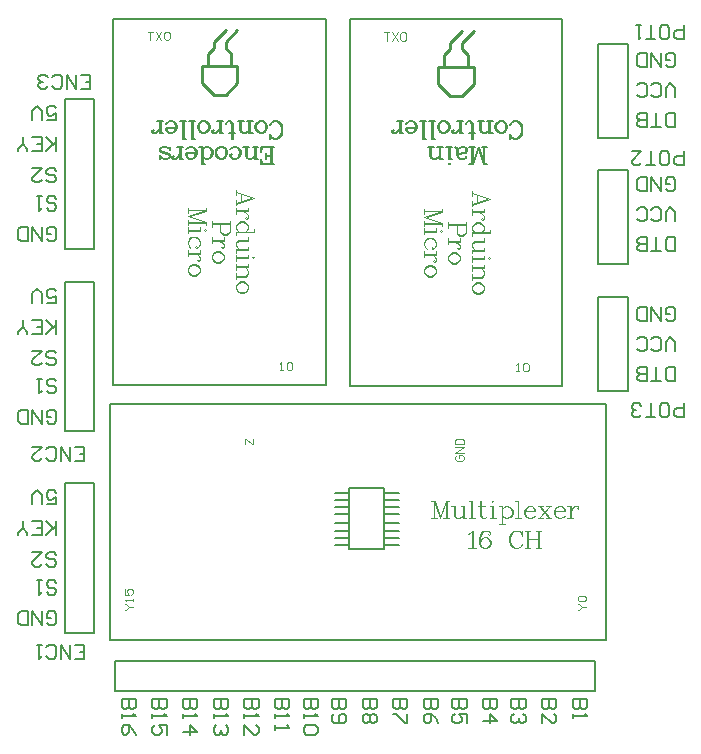
<source format=gbr>
%TF.GenerationSoftware,Altium Limited,Altium Designer,20.1.8 (145)*%
G04 Layer_Color=65535*
%FSLAX43Y43*%
%MOMM*%
%TF.SameCoordinates,73C82DD5-E753-4C0D-BC74-0A693CAB8B4A*%
%TF.FilePolarity,Positive*%
%TF.FileFunction,Legend,Top*%
%TF.Part,Single*%
G01*
G75*
%TA.AperFunction,NonConductor*%
%ADD24C,0.200*%
%ADD25C,0.254*%
%ADD26C,0.150*%
%ADD27C,0.100*%
D24*
X10250Y10250D02*
Y30250D01*
Y10250D02*
X52250D01*
X10250Y30250D02*
X52250D01*
Y10250D02*
Y30250D01*
X30450Y17950D02*
Y23150D01*
X33450Y17950D02*
Y23150D01*
X30450Y17950D02*
X33450D01*
X29250Y18350D02*
X30450D01*
X33450D02*
X34650D01*
X29250Y20150D02*
X30450D01*
X29250Y19550D02*
X30450D01*
X29250Y18950D02*
X30450D01*
X33450Y20150D02*
X34650D01*
X33450Y19550D02*
X34650D01*
X33450Y18950D02*
X34650D01*
X29250Y22150D02*
X30450D01*
X29250Y21550D02*
X30450D01*
X29250Y20950D02*
X30450D01*
X33450Y22150D02*
X34650D01*
X33450Y21550D02*
X34650D01*
X33450Y20950D02*
X34650D01*
X30450Y23150D02*
X33450D01*
X29250Y22750D02*
X30450D01*
X33450D02*
X34650D01*
X48500Y31820D02*
Y62820D01*
X30500Y31820D02*
X48500D01*
X30500D02*
Y62820D01*
X48500D01*
X10500Y62900D02*
X28500D01*
X10500Y31900D02*
Y62900D01*
Y31900D02*
X28500D01*
Y62900D01*
X10600Y5980D02*
X51270D01*
Y8520D01*
X10600D02*
X51270D01*
X10600Y5980D02*
Y8520D01*
X6420Y10880D02*
Y23550D01*
Y10880D02*
X8890D01*
Y23550D01*
X6420D02*
X8890D01*
X6420Y43400D02*
Y56070D01*
Y43400D02*
X8890D01*
Y56070D01*
X6420D02*
X8890D01*
X51562Y31360D02*
X54102D01*
X51562D02*
Y39310D01*
X54102D01*
Y31360D02*
Y39310D01*
X51562Y42088D02*
X54102D01*
X51562D02*
Y50038D01*
X54102D01*
Y42088D02*
Y50038D01*
X6420Y27940D02*
Y40610D01*
Y27940D02*
X8890D01*
Y40610D01*
X6420D02*
X8890D01*
X51562Y52756D02*
X54102D01*
X51562D02*
Y60706D01*
X54102D01*
Y52756D02*
Y60706D01*
X48000Y5250D02*
X46800D01*
Y4650D01*
X47000Y4450D01*
X47200D01*
X47400Y4650D01*
Y5250D01*
Y4650D01*
X47600Y4450D01*
X47800D01*
X48000Y4650D01*
Y5250D01*
X46800Y3251D02*
Y4050D01*
X47600Y3251D01*
X47800D01*
X48000Y3451D01*
Y3850D01*
X47800Y4050D01*
X50600Y5250D02*
X49400D01*
Y4650D01*
X49600Y4450D01*
X49800D01*
X50000Y4650D01*
Y5250D01*
Y4650D01*
X50200Y4450D01*
X50400D01*
X50600Y4650D01*
Y5250D01*
X49400Y4050D02*
Y3651D01*
Y3850D01*
X50600D01*
X50400Y4050D01*
X45400Y5250D02*
X44200D01*
Y4650D01*
X44400Y4450D01*
X44600D01*
X44800Y4650D01*
Y5250D01*
Y4650D01*
X45000Y4450D01*
X45200D01*
X45400Y4650D01*
Y5250D01*
X45200Y4050D02*
X45400Y3850D01*
Y3451D01*
X45200Y3251D01*
X45000D01*
X44800Y3451D01*
Y3651D01*
Y3451D01*
X44600Y3251D01*
X44400D01*
X44200Y3451D01*
Y3850D01*
X44400Y4050D01*
X40400Y5250D02*
X39200D01*
Y4650D01*
X39400Y4450D01*
X39600D01*
X39800Y4650D01*
Y5250D01*
Y4650D01*
X40000Y4450D01*
X40200D01*
X40400Y4650D01*
Y5250D01*
Y3251D02*
Y4050D01*
X39800D01*
X40000Y3651D01*
Y3451D01*
X39800Y3251D01*
X39400D01*
X39200Y3451D01*
Y3850D01*
X39400Y4050D01*
X43000Y5250D02*
X41800D01*
Y4650D01*
X42000Y4450D01*
X42200D01*
X42400Y4650D01*
Y5250D01*
Y4650D01*
X42600Y4450D01*
X42800D01*
X43000Y4650D01*
Y5250D01*
X41800Y3451D02*
X43000D01*
X42400Y4050D01*
Y3251D01*
X35400Y5250D02*
X34200D01*
Y4650D01*
X34400Y4450D01*
X34600D01*
X34800Y4650D01*
Y5250D01*
Y4650D01*
X35000Y4450D01*
X35200D01*
X35400Y4650D01*
Y5250D01*
Y4050D02*
Y3251D01*
X35200D01*
X34400Y4050D01*
X34200D01*
X38000Y5250D02*
X36800D01*
Y4650D01*
X37000Y4450D01*
X37200D01*
X37400Y4650D01*
Y5250D01*
Y4650D01*
X37600Y4450D01*
X37800D01*
X38000Y4650D01*
Y5250D01*
Y3251D02*
X37800Y3651D01*
X37400Y4050D01*
X37000D01*
X36800Y3850D01*
Y3451D01*
X37000Y3251D01*
X37200D01*
X37400Y3451D01*
Y4050D01*
X32800Y5250D02*
X31600D01*
Y4650D01*
X31800Y4450D01*
X32000D01*
X32200Y4650D01*
Y5250D01*
Y4650D01*
X32400Y4450D01*
X32600D01*
X32800Y4650D01*
Y5250D01*
X32600Y4050D02*
X32800Y3850D01*
Y3451D01*
X32600Y3251D01*
X32400D01*
X32200Y3451D01*
X32000Y3251D01*
X31800D01*
X31600Y3451D01*
Y3850D01*
X31800Y4050D01*
X32000D01*
X32200Y3850D01*
X32400Y4050D01*
X32600D01*
X32200Y3850D02*
Y3451D01*
X27800Y5250D02*
X26600D01*
Y4650D01*
X26800Y4450D01*
X27000D01*
X27200Y4650D01*
Y5250D01*
Y4650D01*
X27400Y4450D01*
X27600D01*
X27800Y4650D01*
Y5250D01*
X26600Y4050D02*
Y3651D01*
Y3850D01*
X27800D01*
X27600Y4050D01*
Y3051D02*
X27800Y2851D01*
Y2451D01*
X27600Y2251D01*
X26800D01*
X26600Y2451D01*
Y2851D01*
X26800Y3051D01*
X27600D01*
X30200Y5250D02*
X29000D01*
Y4650D01*
X29200Y4450D01*
X29400D01*
X29600Y4650D01*
Y5250D01*
Y4650D01*
X29800Y4450D01*
X30000D01*
X30200Y4650D01*
Y5250D01*
X29200Y4050D02*
X29000Y3850D01*
Y3451D01*
X29200Y3251D01*
X30000D01*
X30200Y3451D01*
Y3850D01*
X30000Y4050D01*
X29800D01*
X29600Y3850D01*
Y3251D01*
X22800Y5250D02*
X21600D01*
Y4650D01*
X21800Y4450D01*
X22000D01*
X22200Y4650D01*
Y5250D01*
Y4650D01*
X22400Y4450D01*
X22600D01*
X22800Y4650D01*
Y5250D01*
X21600Y4050D02*
Y3651D01*
Y3850D01*
X22800D01*
X22600Y4050D01*
X21600Y2251D02*
Y3051D01*
X22400Y2251D01*
X22600D01*
X22800Y2451D01*
Y2851D01*
X22600Y3051D01*
X25400Y5250D02*
X24200D01*
Y4650D01*
X24400Y4450D01*
X24600D01*
X24800Y4650D01*
Y5250D01*
Y4650D01*
X25000Y4450D01*
X25200D01*
X25400Y4650D01*
Y5250D01*
X24200Y4050D02*
Y3651D01*
Y3850D01*
X25400D01*
X25200Y4050D01*
X24200Y3051D02*
Y2651D01*
Y2851D01*
X25400D01*
X25200Y3051D01*
X20200Y5250D02*
X19000D01*
Y4650D01*
X19200Y4450D01*
X19400D01*
X19600Y4650D01*
Y5250D01*
Y4650D01*
X19800Y4450D01*
X20000D01*
X20200Y4650D01*
Y5250D01*
X19000Y4050D02*
Y3651D01*
Y3850D01*
X20200D01*
X20000Y4050D01*
Y3051D02*
X20200Y2851D01*
Y2451D01*
X20000Y2251D01*
X19800D01*
X19600Y2451D01*
Y2651D01*
Y2451D01*
X19400Y2251D01*
X19200D01*
X19000Y2451D01*
Y2851D01*
X19200Y3051D01*
X17600Y5250D02*
X16400D01*
Y4650D01*
X16600Y4450D01*
X16800D01*
X17000Y4650D01*
Y5250D01*
Y4650D01*
X17200Y4450D01*
X17400D01*
X17600Y4650D01*
Y5250D01*
X16400Y4050D02*
Y3651D01*
Y3850D01*
X17600D01*
X17400Y4050D01*
X16400Y2451D02*
X17600D01*
X17000Y3051D01*
Y2251D01*
X15000Y5250D02*
X13800D01*
Y4650D01*
X14000Y4450D01*
X14200D01*
X14400Y4650D01*
Y5250D01*
Y4650D01*
X14600Y4450D01*
X14800D01*
X15000Y4650D01*
Y5250D01*
X13800Y4050D02*
Y3651D01*
Y3850D01*
X15000D01*
X14800Y4050D01*
X15000Y2251D02*
Y3051D01*
X14400D01*
X14600Y2651D01*
Y2451D01*
X14400Y2251D01*
X14000D01*
X13800Y2451D01*
Y2851D01*
X14000Y3051D01*
X12400Y5250D02*
X11200D01*
Y4650D01*
X11400Y4450D01*
X11600D01*
X11800Y4650D01*
Y5250D01*
Y4650D01*
X12000Y4450D01*
X12200D01*
X12400Y4650D01*
Y5250D01*
X11200Y4050D02*
Y3651D01*
Y3850D01*
X12400D01*
X12200Y4050D01*
X12400Y2251D02*
X12200Y2651D01*
X11800Y3051D01*
X11400D01*
X11200Y2851D01*
Y2451D01*
X11400Y2251D01*
X11600D01*
X11800Y2451D01*
Y3051D01*
X4843Y11723D02*
X5043Y11523D01*
X5443D01*
X5643Y11723D01*
Y12523D01*
X5443Y12723D01*
X5043D01*
X4843Y12523D01*
Y12123D01*
X5243D01*
X4444Y12723D02*
Y11523D01*
X3644Y12723D01*
Y11523D01*
X3244D02*
Y12723D01*
X2644D01*
X2444Y12523D01*
Y11723D01*
X2644Y11523D01*
X3244D01*
X4844Y14323D02*
X5043Y14123D01*
X5443D01*
X5643Y14323D01*
Y14523D01*
X5443Y14723D01*
X5043D01*
X4844Y14923D01*
Y15123D01*
X5043Y15323D01*
X5443D01*
X5643Y15123D01*
X4444Y15323D02*
X4044D01*
X4244D01*
Y14123D01*
X4444Y14323D01*
X4832Y16697D02*
X5032Y16497D01*
X5432D01*
X5632Y16697D01*
Y16897D01*
X5432Y17097D01*
X5032D01*
X4832Y17297D01*
Y17497D01*
X5032Y17697D01*
X5432D01*
X5632Y17497D01*
X3632Y17697D02*
X4432D01*
X3632Y16897D01*
Y16697D01*
X3832Y16497D01*
X4232D01*
X4432Y16697D01*
X5613Y19130D02*
Y20330D01*
Y19930D01*
X4814Y19130D01*
X5413Y19730D01*
X4814Y20330D01*
X3614Y19130D02*
X4414D01*
Y20330D01*
X3614D01*
X4414Y19730D02*
X4014D01*
X3214Y19130D02*
Y19330D01*
X2814Y19730D01*
X2414Y19330D01*
Y19130D01*
X2814Y19730D02*
Y20330D01*
X4850Y21762D02*
X5650D01*
Y22362D01*
X5250Y22162D01*
X5050D01*
X4850Y22362D01*
Y22762D01*
X5050Y22962D01*
X5450D01*
X5650Y22762D01*
X4451Y21762D02*
Y22562D01*
X4051Y22962D01*
X3651Y22562D01*
Y21762D01*
X4843Y44243D02*
X5043Y44043D01*
X5443D01*
X5643Y44243D01*
Y45043D01*
X5443Y45243D01*
X5043D01*
X4843Y45043D01*
Y44643D01*
X5243D01*
X4443Y45243D02*
Y44043D01*
X3644Y45243D01*
Y44043D01*
X3244D02*
Y45243D01*
X2644D01*
X2444Y45043D01*
Y44243D01*
X2644Y44043D01*
X3244D01*
X4844Y46843D02*
X5043Y46643D01*
X5443D01*
X5643Y46843D01*
Y47043D01*
X5443Y47243D01*
X5043D01*
X4844Y47443D01*
Y47643D01*
X5043Y47843D01*
X5443D01*
X5643Y47643D01*
X4444Y47843D02*
X4044D01*
X4244D01*
Y46643D01*
X4444Y46843D01*
X4832Y49217D02*
X5032Y49017D01*
X5432D01*
X5632Y49217D01*
Y49417D01*
X5432Y49617D01*
X5032D01*
X4832Y49817D01*
Y50017D01*
X5032Y50217D01*
X5432D01*
X5632Y50017D01*
X3632Y50217D02*
X4432D01*
X3632Y49417D01*
Y49217D01*
X3832Y49017D01*
X4232D01*
X4432Y49217D01*
X5613Y51650D02*
Y52850D01*
Y52450D01*
X4814Y51650D01*
X5413Y52250D01*
X4814Y52850D01*
X3614Y51650D02*
X4414D01*
Y52850D01*
X3614D01*
X4414Y52250D02*
X4014D01*
X3214Y51650D02*
Y51850D01*
X2814Y52250D01*
X2414Y51850D01*
Y51650D01*
X2814Y52250D02*
Y52850D01*
X4850Y54282D02*
X5650D01*
Y54882D01*
X5250Y54682D01*
X5050D01*
X4850Y54882D01*
Y55282D01*
X5050Y55482D01*
X5450D01*
X5650Y55282D01*
X4451Y54282D02*
Y55082D01*
X4051Y55482D01*
X3651Y55082D01*
Y54282D01*
X58052Y32184D02*
Y33384D01*
X57452D01*
X57252Y33184D01*
Y32384D01*
X57452Y32184D01*
X58052D01*
X56852D02*
X56053D01*
X56453D01*
Y33384D01*
X55653Y32184D02*
Y33384D01*
X55053D01*
X54853Y33184D01*
Y32984D01*
X55053Y32784D01*
X55653D01*
X55053D01*
X54853Y32584D01*
Y32384D01*
X55053Y32184D01*
X55653D01*
X57252Y37464D02*
X57452Y37264D01*
X57852D01*
X58052Y37464D01*
Y38264D01*
X57852Y38464D01*
X57452D01*
X57252Y38264D01*
Y37864D01*
X57652D01*
X56852Y38464D02*
Y37264D01*
X56053Y38464D01*
Y37264D01*
X55653D02*
Y38464D01*
X55053D01*
X54853Y38264D01*
Y37464D01*
X55053Y37264D01*
X55653D01*
X58052Y34724D02*
Y35524D01*
X57652Y35924D01*
X57252Y35524D01*
Y34724D01*
X56053Y34924D02*
X56253Y34724D01*
X56652D01*
X56852Y34924D01*
Y35724D01*
X56652Y35924D01*
X56253D01*
X56053Y35724D01*
X54853Y34924D02*
X55053Y34724D01*
X55453D01*
X55653Y34924D01*
Y35724D01*
X55453Y35924D01*
X55053D01*
X54853Y35724D01*
X58052Y43184D02*
Y44384D01*
X57452D01*
X57252Y44184D01*
Y43384D01*
X57452Y43184D01*
X58052D01*
X56852D02*
X56053D01*
X56453D01*
Y44384D01*
X55653Y43184D02*
Y44384D01*
X55053D01*
X54853Y44184D01*
Y43984D01*
X55053Y43784D01*
X55653D01*
X55053D01*
X54853Y43584D01*
Y43384D01*
X55053Y43184D01*
X55653D01*
X57252Y48464D02*
X57452Y48264D01*
X57852D01*
X58052Y48464D01*
Y49264D01*
X57852Y49464D01*
X57452D01*
X57252Y49264D01*
Y48864D01*
X57652D01*
X56852Y49464D02*
Y48264D01*
X56053Y49464D01*
Y48264D01*
X55653D02*
Y49464D01*
X55053D01*
X54853Y49264D01*
Y48464D01*
X55053Y48264D01*
X55653D01*
X58052Y45724D02*
Y46524D01*
X57652Y46924D01*
X57252Y46524D01*
Y45724D01*
X56053Y45924D02*
X56253Y45724D01*
X56652D01*
X56852Y45924D01*
Y46724D01*
X56652Y46924D01*
X56253D01*
X56053Y46724D01*
X54853Y45924D02*
X55053Y45724D01*
X55453D01*
X55653Y45924D01*
Y46724D01*
X55453Y46924D01*
X55053D01*
X54853Y46724D01*
X4843Y28783D02*
X5043Y28583D01*
X5443D01*
X5643Y28783D01*
Y29583D01*
X5443Y29783D01*
X5043D01*
X4843Y29583D01*
Y29183D01*
X5243D01*
X4444Y29783D02*
Y28583D01*
X3644Y29783D01*
Y28583D01*
X3244D02*
Y29783D01*
X2644D01*
X2444Y29583D01*
Y28783D01*
X2644Y28583D01*
X3244D01*
X4844Y31383D02*
X5043Y31183D01*
X5443D01*
X5643Y31383D01*
Y31583D01*
X5443Y31783D01*
X5043D01*
X4844Y31983D01*
Y32183D01*
X5043Y32383D01*
X5443D01*
X5643Y32183D01*
X4444Y32383D02*
X4044D01*
X4244D01*
Y31183D01*
X4444Y31383D01*
X4832Y33757D02*
X5032Y33557D01*
X5432D01*
X5632Y33757D01*
Y33957D01*
X5432Y34157D01*
X5032D01*
X4832Y34357D01*
Y34557D01*
X5032Y34757D01*
X5432D01*
X5632Y34557D01*
X3632Y34757D02*
X4432D01*
X3632Y33957D01*
Y33757D01*
X3832Y33557D01*
X4232D01*
X4432Y33757D01*
X5613Y36190D02*
Y37390D01*
Y36990D01*
X4814Y36190D01*
X5413Y36790D01*
X4814Y37390D01*
X3614Y36190D02*
X4414D01*
Y37390D01*
X3614D01*
X4414Y36790D02*
X4014D01*
X3214Y36190D02*
Y36390D01*
X2814Y36790D01*
X2414Y36390D01*
Y36190D01*
X2814Y36790D02*
Y37390D01*
X4850Y38822D02*
X5650D01*
Y39422D01*
X5250Y39222D01*
X5050D01*
X4850Y39422D01*
Y39822D01*
X5050Y40022D01*
X5450D01*
X5650Y39822D01*
X4451Y38822D02*
Y39622D01*
X4051Y40022D01*
X3651Y39622D01*
Y38822D01*
X58052Y53708D02*
Y54908D01*
X57452D01*
X57252Y54708D01*
Y53908D01*
X57452Y53708D01*
X58052D01*
X56852D02*
X56053D01*
X56453D01*
Y54908D01*
X55653Y53708D02*
Y54908D01*
X55053D01*
X54853Y54708D01*
Y54508D01*
X55053Y54308D01*
X55653D01*
X55053D01*
X54853Y54108D01*
Y53908D01*
X55053Y53708D01*
X55653D01*
X57252Y58988D02*
X57452Y58788D01*
X57852D01*
X58052Y58988D01*
Y59788D01*
X57852Y59988D01*
X57452D01*
X57252Y59788D01*
Y59388D01*
X57652D01*
X56852Y59988D02*
Y58788D01*
X56053Y59988D01*
Y58788D01*
X55653D02*
Y59988D01*
X55053D01*
X54853Y59788D01*
Y58988D01*
X55053Y58788D01*
X55653D01*
X58052Y56248D02*
Y57048D01*
X57652Y57448D01*
X57252Y57048D01*
Y56248D01*
X56053Y56448D02*
X56253Y56248D01*
X56652D01*
X56852Y56448D01*
Y57248D01*
X56652Y57448D01*
X56253D01*
X56053Y57248D01*
X54853Y56448D02*
X55053Y56248D01*
X55453D01*
X55653Y56448D01*
Y57248D01*
X55453Y57448D01*
X55053D01*
X54853Y57248D01*
D25*
X38500Y59820D02*
X39000Y60320D01*
Y60820D01*
X40000Y60320D02*
X40500Y59820D01*
X40000Y60320D02*
Y60320D01*
Y60820D01*
X38000Y58820D02*
X38500D01*
X40000D02*
X41000D01*
X39000Y56320D02*
X40000D01*
X38500Y58820D02*
X40500D01*
X38000Y57320D02*
Y58820D01*
X38500D02*
Y59820D01*
X40000Y60820D02*
X41000Y61820D01*
X40500Y58820D02*
Y59820D01*
X41000Y57320D02*
Y58820D01*
X39000Y60820D02*
X40000Y61820D01*
X38000Y57320D02*
X39000Y56320D01*
X40000D02*
X41000Y57320D01*
X20000Y56400D02*
X21000Y57400D01*
X18000D02*
X19000Y56400D01*
Y60900D02*
X20000Y61900D01*
X21000Y57400D02*
Y58900D01*
X20500D02*
Y59900D01*
X20000Y60900D02*
X21000Y61900D01*
X18500Y58900D02*
Y59900D01*
X18000Y57400D02*
Y58900D01*
X18500D02*
X20500D01*
X19000Y56400D02*
X20000D01*
Y58900D02*
X21000D01*
X18000D02*
X18500D01*
X20000Y60400D02*
Y60900D01*
Y60400D02*
Y60400D01*
Y60400D02*
X20500Y59900D01*
X19000Y60400D02*
Y60900D01*
X18500Y59900D02*
X19000Y60400D01*
D26*
X23917Y50547D02*
Y52046D01*
X23846Y50547D02*
Y52046D01*
X23417Y50975D02*
Y51547D01*
X24132Y50547D02*
X22989D01*
Y50975D01*
X23060Y50547D01*
X23846Y51261D02*
X23417D01*
X24132Y52046D02*
X22989D01*
Y51618D01*
X23060Y52046D01*
X22568Y51047D02*
Y52046D01*
X22496Y51047D02*
Y52046D01*
Y51261D02*
X22353Y51118D01*
X22139Y51047D01*
X21996D01*
X21782Y51118D01*
X21711Y51261D01*
Y52046D01*
X21996Y51047D02*
X21853Y51118D01*
X21782Y51261D01*
Y52046D01*
X22782Y51047D02*
X22496D01*
X22782Y52046D02*
X22282D01*
X21996D02*
X21496D01*
X20447Y51261D02*
X20518Y51332D01*
X20447Y51404D01*
X20375Y51332D01*
Y51261D01*
X20518Y51118D01*
X20661Y51047D01*
X20875D01*
X21089Y51118D01*
X21232Y51261D01*
X21304Y51475D01*
Y51618D01*
X21232Y51832D01*
X21089Y51975D01*
X20875Y52046D01*
X20732D01*
X20518Y51975D01*
X20375Y51832D01*
X20875Y51047D02*
X21018Y51118D01*
X21161Y51261D01*
X21232Y51475D01*
Y51618D01*
X21161Y51832D01*
X21018Y51975D01*
X20875Y52046D01*
X19718Y51047D02*
X19932Y51118D01*
X20075Y51261D01*
X20147Y51475D01*
Y51618D01*
X20075Y51832D01*
X19932Y51975D01*
X19718Y52046D01*
X19575D01*
X19361Y51975D01*
X19218Y51832D01*
X19147Y51618D01*
Y51475D01*
X19218Y51261D01*
X19361Y51118D01*
X19575Y51047D01*
X19718D01*
X19861Y51118D01*
X20004Y51261D01*
X20075Y51475D01*
Y51618D01*
X20004Y51832D01*
X19861Y51975D01*
X19718Y52046D01*
X19575D02*
X19433Y51975D01*
X19290Y51832D01*
X19218Y51618D01*
Y51475D01*
X19290Y51261D01*
X19433Y51118D01*
X19575Y51047D01*
X18069Y50547D02*
Y52046D01*
X17997Y50547D02*
Y52046D01*
X18069Y51261D02*
X18211Y51118D01*
X18354Y51047D01*
X18497D01*
X18711Y51118D01*
X18854Y51261D01*
X18926Y51475D01*
Y51618D01*
X18854Y51832D01*
X18711Y51975D01*
X18497Y52046D01*
X18354D01*
X18211Y51975D01*
X18069Y51832D01*
X18497Y51047D02*
X18640Y51118D01*
X18783Y51261D01*
X18854Y51475D01*
Y51618D01*
X18783Y51832D01*
X18640Y51975D01*
X18497Y52046D01*
X18283Y50547D02*
X17997D01*
X18069Y52046D02*
X17783D01*
X17504Y51475D02*
X16647D01*
Y51332D01*
X16719Y51189D01*
X16790Y51118D01*
X16933Y51047D01*
X17147D01*
X17362Y51118D01*
X17504Y51261D01*
X17576Y51475D01*
Y51618D01*
X17504Y51832D01*
X17362Y51975D01*
X17147Y52046D01*
X17004D01*
X16790Y51975D01*
X16647Y51832D01*
X16719Y51475D02*
Y51261D01*
X16790Y51118D01*
X17147Y51047D02*
X17290Y51118D01*
X17433Y51261D01*
X17504Y51475D01*
Y51618D01*
X17433Y51832D01*
X17290Y51975D01*
X17147Y52046D01*
X16205Y51047D02*
Y52046D01*
X16133Y51047D02*
Y52046D01*
Y51475D02*
X16062Y51261D01*
X15919Y51118D01*
X15776Y51047D01*
X15562D01*
X15491Y51118D01*
Y51189D01*
X15562Y51261D01*
X15633Y51189D01*
X15562Y51118D01*
X16419Y51047D02*
X16133D01*
X16419Y52046D02*
X15919D01*
X14548Y51189D02*
X14476Y51047D01*
Y51332D01*
X14548Y51189D01*
X14619Y51118D01*
X14762Y51047D01*
X15048D01*
X15191Y51118D01*
X15262Y51189D01*
Y51332D01*
X15191Y51404D01*
X15048Y51475D01*
X14691Y51618D01*
X14548Y51689D01*
X14476Y51761D01*
X15262Y51261D02*
X15191Y51332D01*
X15048Y51404D01*
X14691Y51547D01*
X14548Y51618D01*
X14476Y51689D01*
Y51904D01*
X14548Y51975D01*
X14691Y52046D01*
X14976D01*
X15119Y51975D01*
X15191Y51904D01*
X15262Y51761D01*
Y52046D01*
X15191Y51904D01*
X23814Y52921D02*
X23742Y53135D01*
Y52706D01*
X23814Y52921D01*
X23957Y52778D01*
X24171Y52706D01*
X24314D01*
X24528Y52778D01*
X24671Y52921D01*
X24742Y53063D01*
X24814Y53278D01*
Y53635D01*
X24742Y53849D01*
X24671Y53992D01*
X24528Y54135D01*
X24314Y54206D01*
X24171D01*
X23957Y54135D01*
X23814Y53992D01*
X23742Y53849D01*
X24314Y52706D02*
X24456Y52778D01*
X24599Y52921D01*
X24671Y53063D01*
X24742Y53278D01*
Y53635D01*
X24671Y53849D01*
X24599Y53992D01*
X24456Y54135D01*
X24314Y54206D01*
X23100Y53206D02*
X23314Y53278D01*
X23457Y53420D01*
X23528Y53635D01*
Y53778D01*
X23457Y53992D01*
X23314Y54135D01*
X23100Y54206D01*
X22957D01*
X22743Y54135D01*
X22600Y53992D01*
X22528Y53778D01*
Y53635D01*
X22600Y53420D01*
X22743Y53278D01*
X22957Y53206D01*
X23100D01*
X23242Y53278D01*
X23385Y53420D01*
X23457Y53635D01*
Y53778D01*
X23385Y53992D01*
X23242Y54135D01*
X23100Y54206D01*
X22957D02*
X22814Y54135D01*
X22671Y53992D01*
X22600Y53778D01*
Y53635D01*
X22671Y53420D01*
X22814Y53278D01*
X22957Y53206D01*
X22093D02*
Y54206D01*
X22021Y53206D02*
Y54206D01*
Y53420D02*
X21878Y53278D01*
X21664Y53206D01*
X21521D01*
X21307Y53278D01*
X21236Y53420D01*
Y54206D01*
X21521Y53206D02*
X21379Y53278D01*
X21307Y53420D01*
Y54206D01*
X22307Y53206D02*
X22021D01*
X22307Y54206D02*
X21807D01*
X21521D02*
X21021D01*
X20400D02*
X20472Y54135D01*
X20543Y53920D01*
Y52706D01*
X20614D01*
Y53920D01*
X20543Y54135D01*
X20400Y54206D01*
X20257D01*
X20115Y54135D01*
X20043Y53992D01*
X20829Y53206D02*
X20257D01*
X19586D02*
Y54206D01*
X19515Y53206D02*
Y54206D01*
Y53635D02*
X19443Y53420D01*
X19300Y53278D01*
X19158Y53206D01*
X18943D01*
X18872Y53278D01*
Y53349D01*
X18943Y53420D01*
X19015Y53349D01*
X18943Y53278D01*
X19800Y53206D02*
X19515D01*
X19800Y54206D02*
X19300D01*
X18215Y53206D02*
X18429Y53278D01*
X18572Y53420D01*
X18643Y53635D01*
Y53778D01*
X18572Y53992D01*
X18429Y54135D01*
X18215Y54206D01*
X18072D01*
X17858Y54135D01*
X17715Y53992D01*
X17644Y53778D01*
Y53635D01*
X17715Y53420D01*
X17858Y53278D01*
X18072Y53206D01*
X18215D01*
X18358Y53278D01*
X18501Y53420D01*
X18572Y53635D01*
Y53778D01*
X18501Y53992D01*
X18358Y54135D01*
X18215Y54206D01*
X18072D02*
X17929Y54135D01*
X17786Y53992D01*
X17715Y53778D01*
Y53635D01*
X17786Y53420D01*
X17929Y53278D01*
X18072Y53206D01*
X17208Y52706D02*
Y54206D01*
X17137Y52706D02*
Y54206D01*
X17422Y52706D02*
X17137D01*
X17422Y54206D02*
X16922D01*
X16437Y52706D02*
Y54206D01*
X16365Y52706D02*
Y54206D01*
X16651Y52706D02*
X16365D01*
X16651Y54206D02*
X16151D01*
X15808Y53635D02*
X14951D01*
Y53492D01*
X15023Y53349D01*
X15094Y53278D01*
X15237Y53206D01*
X15451D01*
X15665Y53278D01*
X15808Y53420D01*
X15880Y53635D01*
Y53778D01*
X15808Y53992D01*
X15665Y54135D01*
X15451Y54206D01*
X15308D01*
X15094Y54135D01*
X14951Y53992D01*
X15023Y53635D02*
Y53420D01*
X15094Y53278D01*
X15451Y53206D02*
X15594Y53278D01*
X15737Y53420D01*
X15808Y53635D01*
Y53778D01*
X15737Y53992D01*
X15594Y54135D01*
X15451Y54206D01*
X14509Y53206D02*
Y54206D01*
X14437Y53206D02*
Y54206D01*
Y53635D02*
X14366Y53420D01*
X14223Y53278D01*
X14080Y53206D01*
X13866D01*
X13794Y53278D01*
Y53349D01*
X13866Y53420D01*
X13937Y53349D01*
X13866Y53278D01*
X14723Y53206D02*
X14437D01*
X14723Y54206D02*
X14223D01*
X41916Y50547D02*
Y52046D01*
X41845Y50547D02*
X41416Y51832D01*
X41916Y50547D02*
X41416Y52046D01*
X40917Y50547D02*
X41416Y52046D01*
X40917Y50547D02*
Y52046D01*
X40845Y50547D02*
Y52046D01*
X42131Y50547D02*
X41845D01*
X40917D02*
X40631D01*
X42131Y52046D02*
X41702D01*
X41131D02*
X40631D01*
X40317Y51189D02*
Y51261D01*
X40388D01*
Y51189D01*
X40317Y51118D01*
X40174Y51047D01*
X39888D01*
X39745Y51118D01*
X39674Y51189D01*
X39603Y51332D01*
Y51832D01*
X39531Y51975D01*
X39460Y52046D01*
X39674Y51189D02*
Y51832D01*
X39603Y51975D01*
X39460Y52046D01*
X39388D01*
X39674Y51332D02*
X39745Y51404D01*
X40174Y51475D01*
X40388Y51547D01*
X40460Y51689D01*
Y51832D01*
X40388Y51975D01*
X40174Y52046D01*
X39960D01*
X39817Y51975D01*
X39674Y51832D01*
X40174Y51475D02*
X40317Y51547D01*
X40388Y51689D01*
Y51832D01*
X40317Y51975D01*
X40174Y52046D01*
X38960Y50547D02*
X39031Y50618D01*
X38960Y50690D01*
X38888Y50618D01*
X38960Y50547D01*
Y51047D02*
Y52046D01*
X38888Y51047D02*
Y52046D01*
X39174Y51047D02*
X38888D01*
X39174Y52046D02*
X38674D01*
X38189Y51047D02*
Y52046D01*
X38117Y51047D02*
Y52046D01*
Y51261D02*
X37974Y51118D01*
X37760Y51047D01*
X37617D01*
X37403Y51118D01*
X37332Y51261D01*
Y52046D01*
X37617Y51047D02*
X37474Y51118D01*
X37403Y51261D01*
Y52046D01*
X38403Y51047D02*
X38117D01*
X38403Y52046D02*
X37903D01*
X37617D02*
X37117D01*
X44134Y52921D02*
X44062Y53135D01*
Y52706D01*
X44134Y52921D01*
X44277Y52778D01*
X44491Y52706D01*
X44634D01*
X44848Y52778D01*
X44991Y52921D01*
X45062Y53063D01*
X45134Y53278D01*
Y53635D01*
X45062Y53849D01*
X44991Y53992D01*
X44848Y54135D01*
X44634Y54206D01*
X44491D01*
X44277Y54135D01*
X44134Y53992D01*
X44062Y53849D01*
X44634Y52706D02*
X44776Y52778D01*
X44919Y52921D01*
X44991Y53063D01*
X45062Y53278D01*
Y53635D01*
X44991Y53849D01*
X44919Y53992D01*
X44776Y54135D01*
X44634Y54206D01*
X43420Y53206D02*
X43634Y53278D01*
X43777Y53420D01*
X43848Y53635D01*
Y53778D01*
X43777Y53992D01*
X43634Y54135D01*
X43420Y54206D01*
X43277D01*
X43063Y54135D01*
X42920Y53992D01*
X42848Y53778D01*
Y53635D01*
X42920Y53420D01*
X43063Y53278D01*
X43277Y53206D01*
X43420D01*
X43562Y53278D01*
X43705Y53420D01*
X43777Y53635D01*
Y53778D01*
X43705Y53992D01*
X43562Y54135D01*
X43420Y54206D01*
X43277D02*
X43134Y54135D01*
X42991Y53992D01*
X42920Y53778D01*
Y53635D01*
X42991Y53420D01*
X43134Y53278D01*
X43277Y53206D01*
X42413D02*
Y54206D01*
X42341Y53206D02*
Y54206D01*
Y53420D02*
X42198Y53278D01*
X41984Y53206D01*
X41841D01*
X41627Y53278D01*
X41556Y53420D01*
Y54206D01*
X41841Y53206D02*
X41699Y53278D01*
X41627Y53420D01*
Y54206D01*
X42627Y53206D02*
X42341D01*
X42627Y54206D02*
X42127D01*
X41841D02*
X41341D01*
X40720D02*
X40792Y54135D01*
X40863Y53920D01*
Y52706D01*
X40934D01*
Y53920D01*
X40863Y54135D01*
X40720Y54206D01*
X40577D01*
X40435Y54135D01*
X40363Y53992D01*
X41149Y53206D02*
X40577D01*
X39906D02*
Y54206D01*
X39835Y53206D02*
Y54206D01*
Y53635D02*
X39763Y53420D01*
X39620Y53278D01*
X39478Y53206D01*
X39263D01*
X39192Y53278D01*
Y53349D01*
X39263Y53420D01*
X39335Y53349D01*
X39263Y53278D01*
X40120Y53206D02*
X39835D01*
X40120Y54206D02*
X39620D01*
X38535Y53206D02*
X38749Y53278D01*
X38892Y53420D01*
X38963Y53635D01*
Y53778D01*
X38892Y53992D01*
X38749Y54135D01*
X38535Y54206D01*
X38392D01*
X38178Y54135D01*
X38035Y53992D01*
X37964Y53778D01*
Y53635D01*
X38035Y53420D01*
X38178Y53278D01*
X38392Y53206D01*
X38535D01*
X38678Y53278D01*
X38821Y53420D01*
X38892Y53635D01*
Y53778D01*
X38821Y53992D01*
X38678Y54135D01*
X38535Y54206D01*
X38392D02*
X38249Y54135D01*
X38106Y53992D01*
X38035Y53778D01*
Y53635D01*
X38106Y53420D01*
X38249Y53278D01*
X38392Y53206D01*
X37528Y52706D02*
Y54206D01*
X37457Y52706D02*
Y54206D01*
X37742Y52706D02*
X37457D01*
X37742Y54206D02*
X37242D01*
X36757Y52706D02*
Y54206D01*
X36685Y52706D02*
Y54206D01*
X36971Y52706D02*
X36685D01*
X36971Y54206D02*
X36471D01*
X36128Y53635D02*
X35271D01*
Y53492D01*
X35343Y53349D01*
X35414Y53278D01*
X35557Y53206D01*
X35771D01*
X35986Y53278D01*
X36128Y53420D01*
X36200Y53635D01*
Y53778D01*
X36128Y53992D01*
X35986Y54135D01*
X35771Y54206D01*
X35628D01*
X35414Y54135D01*
X35271Y53992D01*
X35343Y53635D02*
Y53420D01*
X35414Y53278D01*
X35771Y53206D02*
X35914Y53278D01*
X36057Y53420D01*
X36128Y53635D01*
Y53778D01*
X36057Y53992D01*
X35914Y54135D01*
X35771Y54206D01*
X34829Y53206D02*
Y54206D01*
X34757Y53206D02*
Y54206D01*
Y53635D02*
X34686Y53420D01*
X34543Y53278D01*
X34400Y53206D01*
X34186D01*
X34114Y53278D01*
Y53349D01*
X34186Y53420D01*
X34257Y53349D01*
X34186Y53278D01*
X35043Y53206D02*
X34757D01*
X35043Y54206D02*
X34543D01*
X7232Y8696D02*
X8032D01*
Y9896D01*
X7232D01*
X8032Y9296D02*
X7632D01*
X6832Y9896D02*
Y8696D01*
X6032Y9896D01*
Y8696D01*
X4833Y8896D02*
X5033Y8696D01*
X5432D01*
X5632Y8896D01*
Y9696D01*
X5432Y9896D01*
X5033D01*
X4833Y9696D01*
X4433Y9896D02*
X4033D01*
X4233D01*
Y8696D01*
X4433Y8896D01*
X7232Y25460D02*
X8032D01*
Y26660D01*
X7232D01*
X8032Y26060D02*
X7632D01*
X6832Y26660D02*
Y25460D01*
X6032Y26660D01*
Y25460D01*
X4833Y25660D02*
X5033Y25460D01*
X5432D01*
X5632Y25660D01*
Y26460D01*
X5432Y26660D01*
X5033D01*
X4833Y26460D01*
X3633Y26660D02*
X4433D01*
X3633Y25860D01*
Y25660D01*
X3833Y25460D01*
X4233D01*
X4433Y25660D01*
X7740Y56956D02*
X8540D01*
Y58156D01*
X7740D01*
X8540Y57556D02*
X8140D01*
X7340Y58156D02*
Y56956D01*
X6540Y58156D01*
Y56956D01*
X5341Y57156D02*
X5541Y56956D01*
X5940D01*
X6140Y57156D01*
Y57956D01*
X5940Y58156D01*
X5541D01*
X5341Y57956D01*
X4941Y57156D02*
X4741Y56956D01*
X4341D01*
X4141Y57156D01*
Y57356D01*
X4341Y57556D01*
X4541D01*
X4341D01*
X4141Y57756D01*
Y57956D01*
X4341Y58156D01*
X4741D01*
X4941Y57956D01*
X58778Y62334D02*
Y61134D01*
X58178D01*
X57978Y61334D01*
Y61734D01*
X58178Y61934D01*
X58778D01*
X56979Y61134D02*
X57378D01*
X57578Y61334D01*
Y62134D01*
X57378Y62334D01*
X56979D01*
X56779Y62134D01*
Y61334D01*
X56979Y61134D01*
X56379D02*
X55579D01*
X55979D01*
Y62334D01*
X55179D02*
X54779D01*
X54979D01*
Y61134D01*
X55179Y61334D01*
X58778Y30330D02*
Y29130D01*
X58178D01*
X57978Y29330D01*
Y29730D01*
X58178Y29930D01*
X58778D01*
X56979Y29130D02*
X57378D01*
X57578Y29330D01*
Y30130D01*
X57378Y30330D01*
X56979D01*
X56779Y30130D01*
Y29330D01*
X56979Y29130D01*
X56379D02*
X55579D01*
X55979D01*
Y30330D01*
X55179Y29330D02*
X54979Y29130D01*
X54579D01*
X54379Y29330D01*
Y29530D01*
X54579Y29730D01*
X54779D01*
X54579D01*
X54379Y29930D01*
Y30130D01*
X54579Y30330D01*
X54979D01*
X55179Y30130D01*
X58778Y51666D02*
Y50466D01*
X58178D01*
X57978Y50666D01*
Y51066D01*
X58178Y51266D01*
X58778D01*
X56979Y50466D02*
X57378D01*
X57578Y50666D01*
Y51466D01*
X57378Y51666D01*
X56979D01*
X56779Y51466D01*
Y50666D01*
X56979Y50466D01*
X56379D02*
X55579D01*
X55979D01*
Y51666D01*
X54379D02*
X55179D01*
X54379Y50866D01*
Y50666D01*
X54579Y50466D01*
X54979D01*
X55179Y50666D01*
D27*
X37648Y22089D02*
Y20590D01*
X37719Y22089D02*
X38148Y20804D01*
X37648Y22089D02*
X38148Y20590D01*
X38647Y22089D02*
X38148Y20590D01*
X38647Y22089D02*
Y20590D01*
X38719Y22089D02*
Y20590D01*
X37433Y22089D02*
X37719D01*
X38647D02*
X38933D01*
X37433Y20590D02*
X37862D01*
X38433D02*
X38933D01*
X39319Y21589D02*
Y20804D01*
X39390Y20661D01*
X39604Y20590D01*
X39747D01*
X39962Y20661D01*
X40104Y20804D01*
X39390Y21589D02*
Y20804D01*
X39462Y20661D01*
X39604Y20590D01*
X40104Y21589D02*
Y20590D01*
X40176Y21589D02*
Y20590D01*
X39105Y21589D02*
X39390D01*
X39890D02*
X40176D01*
X40104Y20590D02*
X40390D01*
X40797Y22089D02*
Y20590D01*
X40868Y22089D02*
Y20590D01*
X40583Y22089D02*
X40868D01*
X40583Y20590D02*
X41083D01*
X41783D02*
X41711Y20661D01*
X41640Y20875D01*
Y22089D01*
X41568D01*
Y20875D01*
X41640Y20661D01*
X41783Y20590D01*
X41925D01*
X42068Y20661D01*
X42140Y20804D01*
X41354Y21589D02*
X41925D01*
X42597Y22089D02*
X42525Y22018D01*
X42597Y21946D01*
X42668Y22018D01*
X42597Y22089D01*
Y21589D02*
Y20590D01*
X42668Y21589D02*
Y20590D01*
X42382Y21589D02*
X42668D01*
X42382Y20590D02*
X42882D01*
X43368Y21589D02*
Y20090D01*
X43439Y21589D02*
Y20090D01*
Y21375D02*
X43582Y21518D01*
X43725Y21589D01*
X43868D01*
X44082Y21518D01*
X44225Y21375D01*
X44296Y21161D01*
Y21018D01*
X44225Y20804D01*
X44082Y20661D01*
X43868Y20590D01*
X43725D01*
X43582Y20661D01*
X43439Y20804D01*
X43868Y21589D02*
X44011Y21518D01*
X44153Y21375D01*
X44225Y21161D01*
Y21018D01*
X44153Y20804D01*
X44011Y20661D01*
X43868Y20590D01*
X43154Y21589D02*
X43439D01*
X43154Y20090D02*
X43654D01*
X44718Y22089D02*
Y20590D01*
X44789Y22089D02*
Y20590D01*
X44503Y22089D02*
X44789D01*
X44503Y20590D02*
X45003D01*
X45346Y21161D02*
X46203D01*
Y21304D01*
X46132Y21446D01*
X46060Y21518D01*
X45917Y21589D01*
X45703D01*
X45489Y21518D01*
X45346Y21375D01*
X45275Y21161D01*
Y21018D01*
X45346Y20804D01*
X45489Y20661D01*
X45703Y20590D01*
X45846D01*
X46060Y20661D01*
X46203Y20804D01*
X46132Y21161D02*
Y21375D01*
X46060Y21518D01*
X45703Y21589D02*
X45560Y21518D01*
X45417Y21375D01*
X45346Y21161D01*
Y21018D01*
X45417Y20804D01*
X45560Y20661D01*
X45703Y20590D01*
X46574Y21589D02*
X47360Y20590D01*
X46646Y21589D02*
X47431Y20590D01*
Y21589D02*
X46574Y20590D01*
X46432Y21589D02*
X46860D01*
X47146D02*
X47574D01*
X46432Y20590D02*
X46860D01*
X47146D02*
X47574D01*
X47853Y21161D02*
X48710D01*
Y21304D01*
X48638Y21446D01*
X48567Y21518D01*
X48424Y21589D01*
X48210D01*
X47995Y21518D01*
X47853Y21375D01*
X47781Y21161D01*
Y21018D01*
X47853Y20804D01*
X47995Y20661D01*
X48210Y20590D01*
X48353D01*
X48567Y20661D01*
X48710Y20804D01*
X48638Y21161D02*
Y21375D01*
X48567Y21518D01*
X48210Y21589D02*
X48067Y21518D01*
X47924Y21375D01*
X47853Y21161D01*
Y21018D01*
X47924Y20804D01*
X48067Y20661D01*
X48210Y20590D01*
X49152Y21589D02*
Y20590D01*
X49224Y21589D02*
Y20590D01*
Y21161D02*
X49295Y21375D01*
X49438Y21518D01*
X49581Y21589D01*
X49795D01*
X49867Y21518D01*
Y21446D01*
X49795Y21375D01*
X49724Y21446D01*
X49795Y21518D01*
X48938Y21589D02*
X49224D01*
X48938Y20590D02*
X49438D01*
X40558Y19264D02*
X40701Y19335D01*
X40915Y19550D01*
Y18050D01*
X40843Y19478D02*
Y18050D01*
X40558D02*
X41201D01*
X42315Y19335D02*
X42243Y19264D01*
X42315Y19193D01*
X42386Y19264D01*
Y19335D01*
X42315Y19478D01*
X42172Y19550D01*
X41958D01*
X41743Y19478D01*
X41600Y19335D01*
X41529Y19193D01*
X41458Y18907D01*
Y18478D01*
X41529Y18264D01*
X41672Y18121D01*
X41886Y18050D01*
X42029D01*
X42243Y18121D01*
X42386Y18264D01*
X42457Y18478D01*
Y18550D01*
X42386Y18764D01*
X42243Y18907D01*
X42029Y18978D01*
X41958D01*
X41743Y18907D01*
X41600Y18764D01*
X41529Y18550D01*
X41958Y19550D02*
X41815Y19478D01*
X41672Y19335D01*
X41600Y19193D01*
X41529Y18907D01*
Y18478D01*
X41600Y18264D01*
X41743Y18121D01*
X41886Y18050D01*
X42029D02*
X42172Y18121D01*
X42315Y18264D01*
X42386Y18478D01*
Y18550D01*
X42315Y18764D01*
X42172Y18907D01*
X42029Y18978D01*
X45028Y19335D02*
X45100Y19121D01*
Y19550D01*
X45028Y19335D01*
X44885Y19478D01*
X44671Y19550D01*
X44528D01*
X44314Y19478D01*
X44171Y19335D01*
X44100Y19193D01*
X44028Y18978D01*
Y18621D01*
X44100Y18407D01*
X44171Y18264D01*
X44314Y18121D01*
X44528Y18050D01*
X44671D01*
X44885Y18121D01*
X45028Y18264D01*
X45100Y18407D01*
X44528Y19550D02*
X44386Y19478D01*
X44243Y19335D01*
X44171Y19193D01*
X44100Y18978D01*
Y18621D01*
X44171Y18407D01*
X44243Y18264D01*
X44386Y18121D01*
X44528Y18050D01*
X45528Y19550D02*
Y18050D01*
X45600Y19550D02*
Y18050D01*
X46457Y19550D02*
Y18050D01*
X46528Y19550D02*
Y18050D01*
X45314Y19550D02*
X45814D01*
X46242D02*
X46742D01*
X45600Y18836D02*
X46457D01*
X45314Y18050D02*
X45814D01*
X46242D02*
X46742D01*
X42379Y47633D02*
X40879Y48133D01*
X42379Y47633D02*
X40879Y47134D01*
X42165Y47633D02*
X40879Y47205D01*
X41308Y47991D02*
Y47348D01*
X40879Y48276D02*
Y47848D01*
Y47419D02*
Y46991D01*
X41879Y46584D02*
X40879D01*
X41879Y46512D02*
X40879D01*
X41451D02*
X41665Y46441D01*
X41808Y46298D01*
X41879Y46155D01*
Y45941D01*
X41808Y45870D01*
X41736D01*
X41665Y45941D01*
X41736Y46012D01*
X41808Y45941D01*
X41879Y46798D02*
Y46512D01*
X40879Y46798D02*
Y46298D01*
X42379Y44784D02*
X40879D01*
X42379Y44713D02*
X40879D01*
X41665Y44784D02*
X41808Y44927D01*
X41879Y45070D01*
Y45213D01*
X41808Y45427D01*
X41665Y45570D01*
X41451Y45641D01*
X41308D01*
X41093Y45570D01*
X40951Y45427D01*
X40879Y45213D01*
Y45070D01*
X40951Y44927D01*
X41093Y44784D01*
X41879Y45213D02*
X41808Y45355D01*
X41665Y45498D01*
X41451Y45570D01*
X41308D01*
X41093Y45498D01*
X40951Y45355D01*
X40879Y45213D01*
X42379Y44998D02*
Y44713D01*
X40879Y44784D02*
Y44498D01*
X41879Y44077D02*
X41093D01*
X40951Y44006D01*
X40879Y43791D01*
Y43649D01*
X40951Y43434D01*
X41093Y43292D01*
X41879Y44006D02*
X41093D01*
X40951Y43934D01*
X40879Y43791D01*
X41879Y43292D02*
X40879D01*
X41879Y43220D02*
X40879D01*
X41879Y44291D02*
Y44006D01*
Y43506D02*
Y43220D01*
X40879Y43292D02*
Y43006D01*
X42379Y42599D02*
X42307Y42670D01*
X42236Y42599D01*
X42307Y42527D01*
X42379Y42599D01*
X41879D02*
X40879D01*
X41879Y42527D02*
X40879D01*
X41879Y42813D02*
Y42527D01*
X40879Y42813D02*
Y42313D01*
X41879Y41828D02*
X40879D01*
X41879Y41756D02*
X40879D01*
X41665D02*
X41808Y41613D01*
X41879Y41399D01*
Y41256D01*
X41808Y41042D01*
X41665Y40971D01*
X40879D01*
X41879Y41256D02*
X41808Y41113D01*
X41665Y41042D01*
X40879D01*
X41879Y42042D02*
Y41756D01*
X40879Y42042D02*
Y41542D01*
Y41256D02*
Y40756D01*
X41879Y40135D02*
X41808Y40349D01*
X41665Y40492D01*
X41451Y40564D01*
X41308D01*
X41093Y40492D01*
X40951Y40349D01*
X40879Y40135D01*
Y39992D01*
X40951Y39778D01*
X41093Y39635D01*
X41308Y39564D01*
X41451D01*
X41665Y39635D01*
X41808Y39778D01*
X41879Y39992D01*
Y40135D01*
X41808Y40278D01*
X41665Y40421D01*
X41451Y40492D01*
X41308D01*
X41093Y40421D01*
X40951Y40278D01*
X40879Y40135D01*
Y39992D02*
X40951Y39849D01*
X41093Y39707D01*
X41308Y39635D01*
X41451D01*
X41665Y39707D01*
X41808Y39849D01*
X41879Y39992D01*
X40339Y45491D02*
X38840D01*
X40339Y45420D02*
X38840D01*
X40339Y45705D02*
Y44848D01*
X40268Y44634D01*
X40196Y44563D01*
X40054Y44491D01*
X39839D01*
X39697Y44563D01*
X39625Y44634D01*
X39554Y44848D01*
Y45420D01*
X40339Y44848D02*
X40268Y44706D01*
X40196Y44634D01*
X40054Y44563D01*
X39839D01*
X39697Y44634D01*
X39625Y44706D01*
X39554Y44848D01*
X38840Y45705D02*
Y45205D01*
X39839Y44077D02*
X38840D01*
X39839Y44006D02*
X38840D01*
X39411D02*
X39625Y43934D01*
X39768Y43791D01*
X39839Y43649D01*
Y43434D01*
X39768Y43363D01*
X39697D01*
X39625Y43434D01*
X39697Y43506D01*
X39768Y43434D01*
X39839Y44291D02*
Y44006D01*
X38840Y44291D02*
Y43791D01*
X39839Y42706D02*
X39768Y42920D01*
X39625Y43063D01*
X39411Y43134D01*
X39268D01*
X39054Y43063D01*
X38911Y42920D01*
X38840Y42706D01*
Y42563D01*
X38911Y42349D01*
X39054Y42206D01*
X39268Y42135D01*
X39411D01*
X39625Y42206D01*
X39768Y42349D01*
X39839Y42563D01*
Y42706D01*
X39768Y42849D01*
X39625Y42992D01*
X39411Y43063D01*
X39268D01*
X39054Y42992D01*
X38911Y42849D01*
X38840Y42706D01*
Y42563D02*
X38911Y42420D01*
X39054Y42277D01*
X39268Y42206D01*
X39411D01*
X39625Y42277D01*
X39768Y42420D01*
X39839Y42563D01*
X38300Y46584D02*
X36800D01*
X38300Y46512D02*
X37014Y46084D01*
X38300Y46584D02*
X36800Y46084D01*
X38300Y45584D02*
X36800Y46084D01*
X38300Y45584D02*
X36800D01*
X38300Y45513D02*
X36800D01*
X38300Y46798D02*
Y46512D01*
Y45584D02*
Y45298D01*
X36800Y46798D02*
Y46369D01*
Y45798D02*
Y45298D01*
X38300Y44913D02*
X38228Y44984D01*
X38157Y44913D01*
X38228Y44841D01*
X38300Y44913D01*
X37800D02*
X36800D01*
X37800Y44841D02*
X36800D01*
X37800Y45127D02*
Y44841D01*
X36800Y45127D02*
Y44627D01*
X37586Y43499D02*
X37514Y43570D01*
X37443Y43499D01*
X37514Y43427D01*
X37586D01*
X37728Y43570D01*
X37800Y43713D01*
Y43927D01*
X37728Y44141D01*
X37586Y44284D01*
X37371Y44356D01*
X37228D01*
X37014Y44284D01*
X36871Y44141D01*
X36800Y43927D01*
Y43784D01*
X36871Y43570D01*
X37014Y43427D01*
X37800Y43927D02*
X37728Y44070D01*
X37586Y44213D01*
X37371Y44284D01*
X37228D01*
X37014Y44213D01*
X36871Y44070D01*
X36800Y43927D01*
X37800Y42984D02*
X36800D01*
X37800Y42913D02*
X36800D01*
X37371D02*
X37586Y42842D01*
X37728Y42699D01*
X37800Y42556D01*
Y42342D01*
X37728Y42270D01*
X37657D01*
X37586Y42342D01*
X37657Y42413D01*
X37728Y42342D01*
X37800Y43199D02*
Y42913D01*
X36800Y43199D02*
Y42699D01*
X37800Y41613D02*
X37728Y41828D01*
X37586Y41970D01*
X37371Y42042D01*
X37228D01*
X37014Y41970D01*
X36871Y41828D01*
X36800Y41613D01*
Y41471D01*
X36871Y41256D01*
X37014Y41113D01*
X37228Y41042D01*
X37371D01*
X37586Y41113D01*
X37728Y41256D01*
X37800Y41471D01*
Y41613D01*
X37728Y41756D01*
X37586Y41899D01*
X37371Y41970D01*
X37228D01*
X37014Y41899D01*
X36871Y41756D01*
X36800Y41613D01*
Y41471D02*
X36871Y41328D01*
X37014Y41185D01*
X37228Y41113D01*
X37371D01*
X37586Y41185D01*
X37728Y41328D01*
X37800Y41471D01*
X22379Y47713D02*
X20879Y48213D01*
X22379Y47713D02*
X20879Y47214D01*
X22165Y47713D02*
X20879Y47285D01*
X21308Y48071D02*
Y47428D01*
X20879Y48356D02*
Y47928D01*
Y47499D02*
Y47071D01*
X21879Y46664D02*
X20879D01*
X21879Y46592D02*
X20879D01*
X21451D02*
X21665Y46521D01*
X21808Y46378D01*
X21879Y46235D01*
Y46021D01*
X21808Y45950D01*
X21736D01*
X21665Y46021D01*
X21736Y46092D01*
X21808Y46021D01*
X21879Y46878D02*
Y46592D01*
X20879Y46878D02*
Y46378D01*
X22379Y44864D02*
X20879D01*
X22379Y44793D02*
X20879D01*
X21665Y44864D02*
X21808Y45007D01*
X21879Y45150D01*
Y45293D01*
X21808Y45507D01*
X21665Y45650D01*
X21451Y45721D01*
X21308D01*
X21093Y45650D01*
X20951Y45507D01*
X20879Y45293D01*
Y45150D01*
X20951Y45007D01*
X21093Y44864D01*
X21879Y45293D02*
X21808Y45435D01*
X21665Y45578D01*
X21451Y45650D01*
X21308D01*
X21093Y45578D01*
X20951Y45435D01*
X20879Y45293D01*
X22379Y45078D02*
Y44793D01*
X20879Y44864D02*
Y44578D01*
X21879Y44157D02*
X21093D01*
X20951Y44086D01*
X20879Y43871D01*
Y43729D01*
X20951Y43514D01*
X21093Y43372D01*
X21879Y44086D02*
X21093D01*
X20951Y44014D01*
X20879Y43871D01*
X21879Y43372D02*
X20879D01*
X21879Y43300D02*
X20879D01*
X21879Y44371D02*
Y44086D01*
Y43586D02*
Y43300D01*
X20879Y43372D02*
Y43086D01*
X22379Y42679D02*
X22307Y42750D01*
X22236Y42679D01*
X22307Y42607D01*
X22379Y42679D01*
X21879D02*
X20879D01*
X21879Y42607D02*
X20879D01*
X21879Y42893D02*
Y42607D01*
X20879Y42893D02*
Y42393D01*
X21879Y41908D02*
X20879D01*
X21879Y41836D02*
X20879D01*
X21665D02*
X21808Y41693D01*
X21879Y41479D01*
Y41336D01*
X21808Y41122D01*
X21665Y41051D01*
X20879D01*
X21879Y41336D02*
X21808Y41193D01*
X21665Y41122D01*
X20879D01*
X21879Y42122D02*
Y41836D01*
X20879Y42122D02*
Y41622D01*
Y41336D02*
Y40836D01*
X21879Y40215D02*
X21808Y40429D01*
X21665Y40572D01*
X21451Y40644D01*
X21308D01*
X21093Y40572D01*
X20951Y40429D01*
X20879Y40215D01*
Y40072D01*
X20951Y39858D01*
X21093Y39715D01*
X21308Y39644D01*
X21451D01*
X21665Y39715D01*
X21808Y39858D01*
X21879Y40072D01*
Y40215D01*
X21808Y40358D01*
X21665Y40501D01*
X21451Y40572D01*
X21308D01*
X21093Y40501D01*
X20951Y40358D01*
X20879Y40215D01*
Y40072D02*
X20951Y39929D01*
X21093Y39787D01*
X21308Y39715D01*
X21451D01*
X21665Y39787D01*
X21808Y39929D01*
X21879Y40072D01*
X20339Y45571D02*
X18840D01*
X20339Y45500D02*
X18840D01*
X20339Y45785D02*
Y44928D01*
X20268Y44714D01*
X20196Y44643D01*
X20054Y44571D01*
X19839D01*
X19697Y44643D01*
X19625Y44714D01*
X19554Y44928D01*
Y45500D01*
X20339Y44928D02*
X20268Y44786D01*
X20196Y44714D01*
X20054Y44643D01*
X19839D01*
X19697Y44714D01*
X19625Y44786D01*
X19554Y44928D01*
X18840Y45785D02*
Y45285D01*
X19839Y44157D02*
X18840D01*
X19839Y44086D02*
X18840D01*
X19411D02*
X19625Y44014D01*
X19768Y43871D01*
X19839Y43729D01*
Y43514D01*
X19768Y43443D01*
X19697D01*
X19625Y43514D01*
X19697Y43586D01*
X19768Y43514D01*
X19839Y44371D02*
Y44086D01*
X18840Y44371D02*
Y43871D01*
X19839Y42786D02*
X19768Y43000D01*
X19625Y43143D01*
X19411Y43214D01*
X19268D01*
X19054Y43143D01*
X18911Y43000D01*
X18840Y42786D01*
Y42643D01*
X18911Y42429D01*
X19054Y42286D01*
X19268Y42215D01*
X19411D01*
X19625Y42286D01*
X19768Y42429D01*
X19839Y42643D01*
Y42786D01*
X19768Y42929D01*
X19625Y43072D01*
X19411Y43143D01*
X19268D01*
X19054Y43072D01*
X18911Y42929D01*
X18840Y42786D01*
Y42643D02*
X18911Y42500D01*
X19054Y42357D01*
X19268Y42286D01*
X19411D01*
X19625Y42357D01*
X19768Y42500D01*
X19839Y42643D01*
X18300Y46664D02*
X16800D01*
X18300Y46592D02*
X17014Y46164D01*
X18300Y46664D02*
X16800Y46164D01*
X18300Y45664D02*
X16800Y46164D01*
X18300Y45664D02*
X16800D01*
X18300Y45593D02*
X16800D01*
X18300Y46878D02*
Y46592D01*
Y45664D02*
Y45378D01*
X16800Y46878D02*
Y46449D01*
Y45878D02*
Y45378D01*
X18300Y44993D02*
X18228Y45064D01*
X18157Y44993D01*
X18228Y44921D01*
X18300Y44993D01*
X17800D02*
X16800D01*
X17800Y44921D02*
X16800D01*
X17800Y45207D02*
Y44921D01*
X16800Y45207D02*
Y44707D01*
X17586Y43579D02*
X17514Y43650D01*
X17443Y43579D01*
X17514Y43507D01*
X17586D01*
X17728Y43650D01*
X17800Y43793D01*
Y44007D01*
X17728Y44221D01*
X17586Y44364D01*
X17371Y44436D01*
X17228D01*
X17014Y44364D01*
X16871Y44221D01*
X16800Y44007D01*
Y43864D01*
X16871Y43650D01*
X17014Y43507D01*
X17800Y44007D02*
X17728Y44150D01*
X17586Y44293D01*
X17371Y44364D01*
X17228D01*
X17014Y44293D01*
X16871Y44150D01*
X16800Y44007D01*
X17800Y43064D02*
X16800D01*
X17800Y42993D02*
X16800D01*
X17371D02*
X17586Y42922D01*
X17728Y42779D01*
X17800Y42636D01*
Y42422D01*
X17728Y42350D01*
X17657D01*
X17586Y42422D01*
X17657Y42493D01*
X17728Y42422D01*
X17800Y43279D02*
Y42993D01*
X16800Y43279D02*
Y42779D01*
X17800Y41693D02*
X17728Y41908D01*
X17586Y42050D01*
X17371Y42122D01*
X17228D01*
X17014Y42050D01*
X16871Y41908D01*
X16800Y41693D01*
Y41551D01*
X16871Y41336D01*
X17014Y41193D01*
X17228Y41122D01*
X17371D01*
X17586Y41193D01*
X17728Y41336D01*
X17800Y41551D01*
Y41693D01*
X17728Y41836D01*
X17586Y41979D01*
X17371Y42050D01*
X17228D01*
X17014Y41979D01*
X16871Y41836D01*
X16800Y41693D01*
Y41551D02*
X16871Y41408D01*
X17014Y41265D01*
X17228Y41193D01*
X17371D01*
X17586Y41265D01*
X17728Y41408D01*
X17800Y41551D01*
X39567Y25917D02*
X39450Y25800D01*
Y25567D01*
X39567Y25450D01*
X40033D01*
X40150Y25567D01*
Y25800D01*
X40033Y25917D01*
X39800D01*
Y25684D01*
X40150Y26150D02*
X39450D01*
X40150Y26617D01*
X39450D01*
Y26850D02*
X40150D01*
Y27200D01*
X40033Y27317D01*
X39567D01*
X39450Y27200D01*
Y26850D01*
X11450Y12850D02*
X11567D01*
X11800Y13083D01*
X11567Y13317D01*
X11450D01*
X11800Y13083D02*
X12150D01*
Y13550D02*
Y13783D01*
Y13666D01*
X11450D01*
X11567Y13550D01*
X11450Y14599D02*
Y14133D01*
X11800D01*
X11684Y14366D01*
Y14483D01*
X11800Y14599D01*
X12033D01*
X12150Y14483D01*
Y14250D01*
X12033Y14133D01*
X21650Y26850D02*
Y27317D01*
X21767D01*
X22233Y26850D01*
X22350D01*
Y27317D01*
X49801Y12850D02*
X49918D01*
X50151Y13083D01*
X49918Y13317D01*
X49801D01*
X50151Y13083D02*
X50501D01*
X49918Y13550D02*
X49801Y13666D01*
Y13900D01*
X49918Y14016D01*
X50384D01*
X50501Y13900D01*
Y13666D01*
X50384Y13550D01*
X49918D01*
X33400Y61720D02*
X33867D01*
X33633D01*
Y61020D01*
X34100Y61720D02*
X34566Y61020D01*
Y61720D02*
X34100Y61020D01*
X34800Y61603D02*
X34916Y61720D01*
X35149D01*
X35266Y61603D01*
Y61136D01*
X35149Y61020D01*
X34916D01*
X34800Y61136D01*
Y61603D01*
X44600Y33020D02*
X44833D01*
X44717D01*
Y33720D01*
X44600Y33603D01*
X45183D02*
X45300Y33720D01*
X45533D01*
X45650Y33603D01*
Y33137D01*
X45533Y33020D01*
X45300D01*
X45183Y33137D01*
Y33603D01*
X24600Y33100D02*
X24833D01*
X24717D01*
Y33800D01*
X24600Y33683D01*
X25183D02*
X25300Y33800D01*
X25533D01*
X25650Y33683D01*
Y33217D01*
X25533Y33100D01*
X25300D01*
X25183Y33217D01*
Y33683D01*
X13400Y61800D02*
X13867D01*
X13633D01*
Y61100D01*
X14100Y61800D02*
X14566Y61100D01*
Y61800D02*
X14100Y61100D01*
X14800Y61683D02*
X14916Y61800D01*
X15149D01*
X15266Y61683D01*
Y61216D01*
X15149Y61100D01*
X14916D01*
X14800Y61216D01*
Y61683D01*
%TF.MD5,213c2d393f565bb46fd99c172f9b9054*%
M02*

</source>
